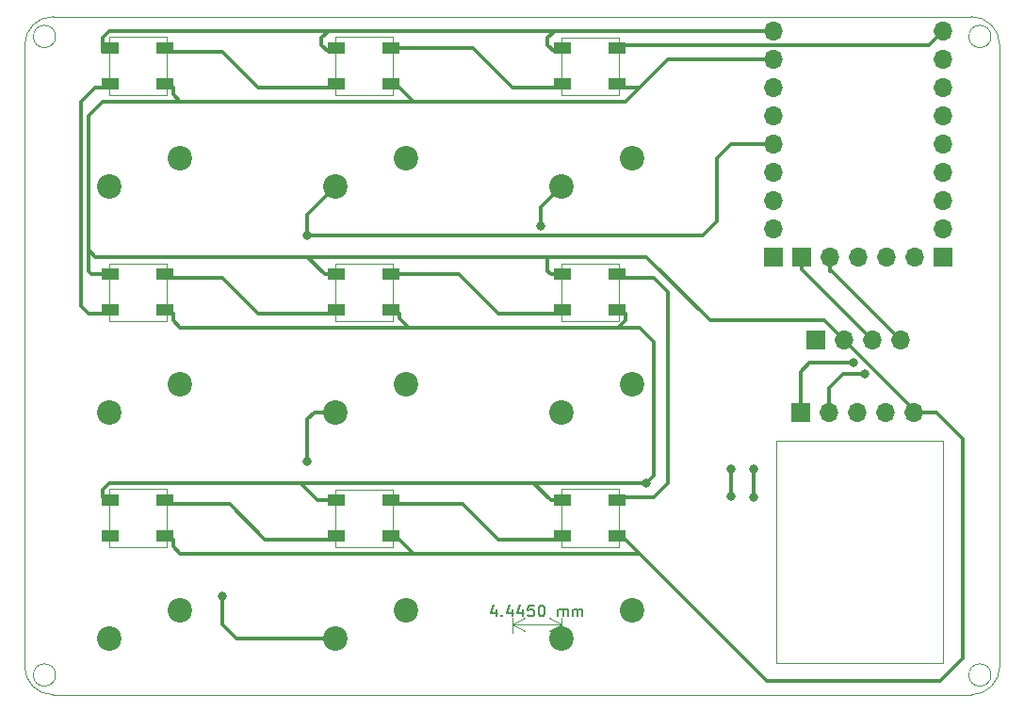
<source format=gbr>
%TF.GenerationSoftware,KiCad,Pcbnew,(6.0.5)*%
%TF.CreationDate,2022-06-17T09:46:01+08:00*%
%TF.ProjectId,keyboard_V4,6b657962-6f61-4726-945f-56342e6b6963,rev?*%
%TF.SameCoordinates,Original*%
%TF.FileFunction,Copper,L2,Bot*%
%TF.FilePolarity,Positive*%
%FSLAX46Y46*%
G04 Gerber Fmt 4.6, Leading zero omitted, Abs format (unit mm)*
G04 Created by KiCad (PCBNEW (6.0.5)) date 2022-06-17 09:46:01*
%MOMM*%
%LPD*%
G01*
G04 APERTURE LIST*
%TA.AperFunction,Profile*%
%ADD10C,0.050000*%
%TD*%
%ADD11C,0.150000*%
%TA.AperFunction,ComponentPad*%
%ADD12C,2.200000*%
%TD*%
%TA.AperFunction,ComponentPad*%
%ADD13R,1.700000X1.700000*%
%TD*%
%TA.AperFunction,ComponentPad*%
%ADD14O,1.700000X1.700000*%
%TD*%
%TA.AperFunction,SMDPad,CuDef*%
%ADD15R,1.500000X1.000000*%
%TD*%
%TA.AperFunction,ViaPad*%
%ADD16C,0.800000*%
%TD*%
%TA.AperFunction,Conductor*%
%ADD17C,0.304800*%
%TD*%
G04 APERTURE END LIST*
D10*
X43241538Y-103567747D02*
X38059938Y-103567747D01*
X38059938Y-103567747D02*
X38059938Y-98356147D01*
X38059938Y-98356147D02*
X43241538Y-98356147D01*
X43241538Y-98356147D02*
X43241538Y-103567747D01*
X115570000Y-55880000D02*
X33020000Y-55880000D01*
X83870800Y-83235800D02*
X78689200Y-83235800D01*
X78689200Y-83235800D02*
X78689200Y-78054200D01*
X78689200Y-78054200D02*
X83870800Y-78054200D01*
X83870800Y-78054200D02*
X83870800Y-83235800D01*
X117332000Y-57658000D02*
G75*
G03*
X117332000Y-57658000I-1000000J0D01*
G01*
X83876806Y-103567747D02*
X78695206Y-103567747D01*
X78695206Y-103567747D02*
X78695206Y-98366147D01*
X78695206Y-98366147D02*
X83876806Y-98366147D01*
X83876806Y-98366147D02*
X83876806Y-103567747D01*
X43241538Y-83255800D02*
X38059938Y-83255800D01*
X38059938Y-83255800D02*
X38059938Y-78054200D01*
X38059938Y-78054200D02*
X43241538Y-78054200D01*
X43241538Y-78054200D02*
X43241538Y-83255800D01*
X63559172Y-83255800D02*
X58377572Y-83255800D01*
X58377572Y-83255800D02*
X58377572Y-78054200D01*
X58377572Y-78054200D02*
X63559172Y-78054200D01*
X63559172Y-78054200D02*
X63559172Y-83255800D01*
X63550800Y-103575000D02*
X58369200Y-103575000D01*
X58369200Y-103575000D02*
X58369200Y-98373400D01*
X58369200Y-98373400D02*
X63550800Y-98373400D01*
X63550800Y-98373400D02*
X63550800Y-103575000D01*
X117332000Y-115062000D02*
G75*
G03*
X117332000Y-115062000I-1000000J0D01*
G01*
X118110000Y-58420000D02*
X118110000Y-114300000D01*
X30480000Y-58420000D02*
X30480000Y-114300000D01*
X30480000Y-114300000D02*
G75*
G03*
X33020000Y-116840000I2540000J0D01*
G01*
X43230800Y-62935800D02*
X38049200Y-62935800D01*
X38049200Y-62935800D02*
X38049200Y-57714200D01*
X38049200Y-57714200D02*
X43230800Y-57714200D01*
X43230800Y-57714200D02*
X43230800Y-62935800D01*
X33020000Y-116840000D02*
X115570000Y-116840000D01*
X83870800Y-62925800D02*
X78689200Y-62925800D01*
X78689200Y-62925800D02*
X78689200Y-57734200D01*
X78689200Y-57734200D02*
X83870800Y-57734200D01*
X83870800Y-57734200D02*
X83870800Y-62925800D01*
X33258000Y-57658000D02*
G75*
G03*
X33258000Y-57658000I-1000000J0D01*
G01*
X33020000Y-55880000D02*
G75*
G03*
X30480000Y-58420000I0J-2540000D01*
G01*
X118110000Y-58420000D02*
G75*
G03*
X115570000Y-55880000I-2540000J0D01*
G01*
X63550800Y-62935800D02*
X58369200Y-62935800D01*
X58369200Y-62935800D02*
X58369200Y-57714200D01*
X58369200Y-57714200D02*
X63550800Y-57714200D01*
X63550800Y-57714200D02*
X63550800Y-62935800D01*
X98000000Y-94000000D02*
X113000000Y-94000000D01*
X113000000Y-94000000D02*
X113000000Y-114000000D01*
X113000000Y-114000000D02*
X98000000Y-114000000D01*
X98000000Y-114000000D02*
X98000000Y-94000000D01*
X115570000Y-116840000D02*
G75*
G03*
X118110000Y-114300000I0J2540000D01*
G01*
X33258000Y-115062000D02*
G75*
G03*
X33258000Y-115062000I-1000000J0D01*
G01*
D11*
X72850833Y-109125714D02*
X72850833Y-109792380D01*
X72612738Y-108744761D02*
X72374642Y-109459047D01*
X72993690Y-109459047D01*
X73374642Y-109697142D02*
X73422261Y-109744761D01*
X73374642Y-109792380D01*
X73327023Y-109744761D01*
X73374642Y-109697142D01*
X73374642Y-109792380D01*
X74279404Y-109125714D02*
X74279404Y-109792380D01*
X74041309Y-108744761D02*
X73803214Y-109459047D01*
X74422261Y-109459047D01*
X75231785Y-109125714D02*
X75231785Y-109792380D01*
X74993690Y-108744761D02*
X74755595Y-109459047D01*
X75374642Y-109459047D01*
X76231785Y-108792380D02*
X75755595Y-108792380D01*
X75707976Y-109268571D01*
X75755595Y-109220952D01*
X75850833Y-109173333D01*
X76088928Y-109173333D01*
X76184166Y-109220952D01*
X76231785Y-109268571D01*
X76279404Y-109363809D01*
X76279404Y-109601904D01*
X76231785Y-109697142D01*
X76184166Y-109744761D01*
X76088928Y-109792380D01*
X75850833Y-109792380D01*
X75755595Y-109744761D01*
X75707976Y-109697142D01*
X76898452Y-108792380D02*
X76993690Y-108792380D01*
X77088928Y-108840000D01*
X77136547Y-108887619D01*
X77184166Y-108982857D01*
X77231785Y-109173333D01*
X77231785Y-109411428D01*
X77184166Y-109601904D01*
X77136547Y-109697142D01*
X77088928Y-109744761D01*
X76993690Y-109792380D01*
X76898452Y-109792380D01*
X76803214Y-109744761D01*
X76755595Y-109697142D01*
X76707976Y-109601904D01*
X76660357Y-109411428D01*
X76660357Y-109173333D01*
X76707976Y-108982857D01*
X76755595Y-108887619D01*
X76803214Y-108840000D01*
X76898452Y-108792380D01*
X78422261Y-109792380D02*
X78422261Y-109125714D01*
X78422261Y-109220952D02*
X78469880Y-109173333D01*
X78565119Y-109125714D01*
X78707976Y-109125714D01*
X78803214Y-109173333D01*
X78850833Y-109268571D01*
X78850833Y-109792380D01*
X78850833Y-109268571D02*
X78898452Y-109173333D01*
X78993690Y-109125714D01*
X79136547Y-109125714D01*
X79231785Y-109173333D01*
X79279404Y-109268571D01*
X79279404Y-109792380D01*
X79755595Y-109792380D02*
X79755595Y-109125714D01*
X79755595Y-109220952D02*
X79803214Y-109173333D01*
X79898452Y-109125714D01*
X80041309Y-109125714D01*
X80136547Y-109173333D01*
X80184166Y-109268571D01*
X80184166Y-109792380D01*
X80184166Y-109268571D02*
X80231785Y-109173333D01*
X80327023Y-109125714D01*
X80469880Y-109125714D01*
X80565119Y-109173333D01*
X80612738Y-109268571D01*
X80612738Y-109792380D01*
D10*
X78740000Y-111260000D02*
X78740000Y-109903580D01*
X74295000Y-111260000D02*
X74295000Y-109903580D01*
X78740000Y-110490000D02*
X74295000Y-110490000D01*
X78740000Y-110490000D02*
X74295000Y-110490000D01*
X78740000Y-110490000D02*
X77613496Y-109903579D01*
X78740000Y-110490000D02*
X77613496Y-111076421D01*
X74295000Y-110490000D02*
X75421504Y-111076421D01*
X74295000Y-110490000D02*
X75421504Y-109903579D01*
D12*
%TO.P,SW7,1*%
%TO.N,N/C*%
X38100000Y-71120000D03*
%TO.P,SW7,2*%
X44450000Y-68580000D03*
%TD*%
%TO.P,SW8,1*%
%TO.N,N/C*%
X58420000Y-71120000D03*
%TO.P,SW8,2*%
X64770000Y-68580000D03*
%TD*%
D13*
%TO.P,REF\u002A\u002A,1*%
%TO.N,N/C*%
X97790000Y-77470000D03*
D14*
%TO.P,REF\u002A\u002A,2*%
X97790000Y-74930000D03*
%TO.P,REF\u002A\u002A,3*%
X97790000Y-72390000D03*
%TO.P,REF\u002A\u002A,4*%
X97790000Y-69850000D03*
%TO.P,REF\u002A\u002A,5*%
X97790000Y-67310000D03*
%TO.P,REF\u002A\u002A,6*%
X97790000Y-64770000D03*
%TO.P,REF\u002A\u002A,7*%
X97790000Y-62230000D03*
%TO.P,REF\u002A\u002A,8*%
X97790000Y-59690000D03*
%TO.P,REF\u002A\u002A,9*%
X97790000Y-57150000D03*
%TD*%
D12*
%TO.P,SW3,1*%
%TO.N,N/C*%
X78740000Y-111760000D03*
%TO.P,SW3,2*%
X85090000Y-109220000D03*
%TD*%
%TO.P,SW2,1*%
%TO.N,N/C*%
X58420000Y-111760000D03*
%TO.P,SW2,2*%
X64770000Y-109220000D03*
%TD*%
%TO.P,SW4,1*%
%TO.N,N/C*%
X38100000Y-91440000D03*
%TO.P,SW4,2*%
X44450000Y-88900000D03*
%TD*%
D13*
%TO.P,REF\u002A\u002A,1*%
%TO.N,N/C*%
X113030000Y-77470000D03*
D14*
%TO.P,REF\u002A\u002A,2*%
X113030000Y-74930000D03*
%TO.P,REF\u002A\u002A,3*%
X113030000Y-72390000D03*
%TO.P,REF\u002A\u002A,4*%
X113030000Y-69850000D03*
%TO.P,REF\u002A\u002A,5*%
X113030000Y-67310000D03*
%TO.P,REF\u002A\u002A,6*%
X113030000Y-64770000D03*
%TO.P,REF\u002A\u002A,7*%
X113030000Y-62230000D03*
%TO.P,REF\u002A\u002A,8*%
X113030000Y-59690000D03*
%TO.P,REF\u002A\u002A,9*%
X113030000Y-57150000D03*
%TD*%
D12*
%TO.P,SW5,1*%
%TO.N,N/C*%
X58439218Y-91449609D03*
%TO.P,SW5,2*%
X64789218Y-88909609D03*
%TD*%
%TO.P,SW9,1*%
%TO.N,N/C*%
X78740000Y-71120000D03*
%TO.P,SW9,2*%
X85090000Y-68580000D03*
%TD*%
%TO.P,SW6,1*%
%TO.N,N/C*%
X78740000Y-91440000D03*
%TO.P,SW6,2*%
X85090000Y-88900000D03*
%TD*%
%TO.P,SW1,1*%
%TO.N,N/C*%
X38100000Y-111760000D03*
%TO.P,SW1,2*%
X44450000Y-109220000D03*
%TD*%
D13*
%TO.P,REF\u002A\u002A,1*%
%TO.N,N/C*%
X100330000Y-77470000D03*
D14*
%TO.P,REF\u002A\u002A,2*%
X102870000Y-77470000D03*
%TO.P,REF\u002A\u002A,3*%
X105410000Y-77470000D03*
%TO.P,REF\u002A\u002A,4*%
X107950000Y-77470000D03*
%TO.P,REF\u002A\u002A,5*%
X110490000Y-77470000D03*
%TD*%
D13*
%TO.P,OLED,1*%
%TO.N,N/C*%
X101610000Y-84963000D03*
D14*
%TO.P,OLED,2*%
X104150000Y-84963000D03*
%TO.P,OLED,3*%
X106690000Y-84963000D03*
%TO.P,OLED,4*%
X109230000Y-84963000D03*
%TD*%
D13*
%TO.P,EC11,1*%
%TO.N,N/C*%
X100203000Y-91440000D03*
D14*
%TO.P,EC11,2*%
X102743000Y-91440000D03*
%TO.P,EC11,3*%
X105283000Y-91440000D03*
%TO.P,EC11,4*%
X107823000Y-91440000D03*
%TO.P,EC11,5*%
X110363000Y-91440000D03*
%TD*%
D15*
%TO.P,RGB,1*%
%TO.N,N/C*%
X63410000Y-58725000D03*
%TO.P,RGB,2*%
X63410000Y-61925000D03*
%TO.P,RGB,3*%
X58510000Y-61925000D03*
%TO.P,RGB,4*%
X58510000Y-58725000D03*
%TD*%
%TO.P,RGB,1*%
%TO.N,N/C*%
X43090000Y-99365000D03*
%TO.P,RGB,2*%
X43090000Y-102565000D03*
%TO.P,RGB,3*%
X38190000Y-102565000D03*
%TO.P,RGB,4*%
X38190000Y-99365000D03*
%TD*%
%TO.P,RGB,1*%
%TO.N,N/C*%
X43090000Y-58725000D03*
%TO.P,RGB,2*%
X43090000Y-61925000D03*
%TO.P,RGB,3*%
X38190000Y-61925000D03*
%TO.P,RGB,4*%
X38190000Y-58725000D03*
%TD*%
%TO.P,RGB,1*%
%TO.N,N/C*%
X63410000Y-99365000D03*
%TO.P,RGB,2*%
X63410000Y-102565000D03*
%TO.P,RGB,3*%
X58510000Y-102565000D03*
%TO.P,RGB,4*%
X58510000Y-99365000D03*
%TD*%
%TO.P,RGB,1*%
%TO.N,N/C*%
X83730000Y-99365000D03*
%TO.P,RGB,2*%
X83730000Y-102565000D03*
%TO.P,RGB,3*%
X78830000Y-102565000D03*
%TO.P,RGB,4*%
X78830000Y-99365000D03*
%TD*%
%TO.P,RGB,1*%
%TO.N,N/C*%
X83730000Y-58725000D03*
%TO.P,RGB,2*%
X83730000Y-61925000D03*
%TO.P,RGB,3*%
X78830000Y-61925000D03*
%TO.P,RGB,4*%
X78830000Y-58725000D03*
%TD*%
%TO.P,RGB,1*%
%TO.N,N/C*%
X58519332Y-82252780D03*
%TO.P,RGB,2*%
X58519332Y-79052780D03*
%TO.P,RGB,3*%
X63419332Y-79052780D03*
%TO.P,RGB,4*%
X63419332Y-82252780D03*
%TD*%
%TO.P,RGB,1*%
%TO.N,N/C*%
X38195771Y-82252780D03*
%TO.P,RGB,2*%
X38195771Y-79052780D03*
%TO.P,RGB,3*%
X43095771Y-79052780D03*
%TO.P,RGB,4*%
X43095771Y-82252780D03*
%TD*%
%TO.P,RGB,1*%
%TO.N,N/C*%
X78830000Y-82245000D03*
%TO.P,RGB,2*%
X78830000Y-79045000D03*
%TO.P,RGB,3*%
X83730000Y-79045000D03*
%TO.P,RGB,4*%
X83730000Y-82245000D03*
%TD*%
D16*
%TO.N,*%
X106000000Y-88000000D03*
X76835000Y-74676000D03*
X96000000Y-96520000D03*
X96000000Y-99060000D03*
X55880000Y-95885000D03*
X94000000Y-96520000D03*
X94000000Y-99000000D03*
X55880000Y-75565000D03*
X105000000Y-87000000D03*
X48260000Y-107950000D03*
X86360000Y-97790000D03*
%TD*%
D17*
%TO.N,*%
X106000000Y-88000000D02*
X104000000Y-88000000D01*
X55880000Y-77470000D02*
X77255000Y-77470000D01*
X77470000Y-58420000D02*
X78105000Y-59055000D01*
X76200000Y-97790000D02*
X77775000Y-99365000D01*
X78105000Y-57150000D02*
X77470000Y-57785000D01*
X55880000Y-75565000D02*
X91440000Y-75565000D01*
X76835000Y-74676000D02*
X76835000Y-73025000D01*
X85534500Y-103949500D02*
X84455000Y-102870000D01*
X76835000Y-73025000D02*
X78740000Y-71120000D01*
X65405000Y-63500000D02*
X64135000Y-62230000D01*
X57785000Y-57150000D02*
X38100000Y-57150000D01*
X52070000Y-102870000D02*
X58205000Y-102870000D01*
X44450000Y-104140000D02*
X65405000Y-104140000D01*
X55880000Y-77470000D02*
X57462780Y-79052780D01*
X85090000Y-79375000D02*
X86995000Y-79375000D01*
X85725000Y-62230000D02*
X84455000Y-62230000D01*
X112776000Y-115570000D02*
X97155000Y-115570000D01*
X57150000Y-58420000D02*
X57785000Y-59055000D01*
X78525000Y-102870000D02*
X78533286Y-102861714D01*
X92710000Y-74295000D02*
X92710000Y-68580000D01*
X102743000Y-89257000D02*
X102743000Y-91440000D01*
X37465000Y-59055000D02*
X37887280Y-59055000D01*
X37465000Y-62230000D02*
X36830000Y-62230000D01*
X114808000Y-113538000D02*
X112776000Y-115570000D01*
X35560000Y-81915000D02*
X36195000Y-82550000D01*
X92075000Y-83185000D02*
X102372000Y-83185000D01*
X100330000Y-78603000D02*
X106690000Y-84963000D01*
X51435000Y-62230000D02*
X57785000Y-62230000D01*
X77470000Y-62230000D02*
X78105000Y-62230000D01*
X77470000Y-62230000D02*
X74295000Y-62230000D01*
X36195000Y-76835000D02*
X36195000Y-78740000D01*
X84455000Y-63500000D02*
X65405000Y-63500000D01*
X44450000Y-104140000D02*
X43815000Y-103505000D01*
X102870000Y-78740000D02*
X103007000Y-78740000D01*
X44450000Y-59055000D02*
X43815000Y-59055000D01*
X88265000Y-59690000D02*
X85725000Y-62230000D01*
X44450000Y-63500000D02*
X37465000Y-63500000D01*
X85725000Y-104140000D02*
X85534500Y-103949500D01*
X65405000Y-63500000D02*
X44450000Y-63500000D01*
X92710000Y-68580000D02*
X93980000Y-67310000D01*
X86360000Y-77470000D02*
X92075000Y-83185000D01*
X38100000Y-97790000D02*
X37465000Y-98425000D01*
X88265000Y-80645000D02*
X88265000Y-97790000D01*
X44450000Y-59055000D02*
X48260000Y-59055000D01*
X56515000Y-73025000D02*
X55880000Y-73660000D01*
X93980000Y-67310000D02*
X97790000Y-67310000D01*
X36830000Y-62230000D02*
X35560000Y-63500000D01*
X78105000Y-57150000D02*
X57785000Y-57150000D01*
X43815000Y-99695000D02*
X48895000Y-99695000D01*
X69527780Y-79052780D02*
X73025000Y-82550000D01*
X85090000Y-79375000D02*
X84455000Y-79375000D01*
X36507780Y-79052780D02*
X37898018Y-79052780D01*
X44450000Y-83820000D02*
X43815000Y-83185000D01*
X85090000Y-58420000D02*
X84455000Y-58420000D01*
X43815000Y-62865000D02*
X43815000Y-62230000D01*
X44450000Y-63500000D02*
X43815000Y-62865000D01*
X48260000Y-79375000D02*
X51435000Y-82550000D01*
X56820000Y-99365000D02*
X58207280Y-99365000D01*
X111760000Y-58420000D02*
X85090000Y-58420000D01*
X94000000Y-99000000D02*
X94000000Y-96520000D01*
X63721092Y-79052780D02*
X69527780Y-79052780D01*
X43815000Y-79375000D02*
X48260000Y-79375000D01*
X74295000Y-62230000D02*
X70790000Y-58725000D01*
X64135000Y-82968448D02*
X64135000Y-82550000D01*
X43815000Y-83185000D02*
X43815000Y-82550000D01*
X100330000Y-77470000D02*
X100330000Y-78603000D01*
X105000000Y-87000000D02*
X101000000Y-87000000D01*
X86995000Y-97155000D02*
X86360000Y-97790000D01*
X88265000Y-97790000D02*
X86995000Y-99060000D01*
X57462780Y-79052780D02*
X58215652Y-79052780D01*
X48260000Y-110490000D02*
X49530000Y-111760000D01*
X37465000Y-63500000D02*
X36195000Y-64770000D01*
X73025000Y-102870000D02*
X78525000Y-102870000D01*
X55245000Y-97790000D02*
X56820000Y-99365000D01*
X36195000Y-78740000D02*
X36507780Y-79052780D01*
X37465000Y-57785000D02*
X37465000Y-59055000D01*
X78105000Y-59055000D02*
X78527280Y-59055000D01*
X55245000Y-97790000D02*
X76200000Y-97790000D01*
X114808000Y-93853000D02*
X114808000Y-113538000D01*
X55245000Y-97790000D02*
X38100000Y-97790000D01*
X97790000Y-59690000D02*
X88265000Y-59690000D01*
X66040000Y-83820000D02*
X44450000Y-83820000D01*
X91440000Y-75565000D02*
X92710000Y-74295000D01*
X85725000Y-62230000D02*
X84455000Y-63500000D01*
X38100000Y-57150000D02*
X37465000Y-57785000D01*
X83820000Y-83820000D02*
X84455000Y-83185000D01*
X66040000Y-83820000D02*
X64986552Y-83820000D01*
X102870000Y-77470000D02*
X102870000Y-78740000D01*
X64135000Y-99695000D02*
X69850000Y-99695000D01*
X64986552Y-83820000D02*
X64135000Y-82968448D01*
X97790000Y-57150000D02*
X78105000Y-57150000D01*
X36195000Y-76835000D02*
X36830000Y-77470000D01*
X83820000Y-83820000D02*
X66040000Y-83820000D01*
X37465000Y-98425000D02*
X37465000Y-99060000D01*
X97155000Y-115570000D02*
X85534500Y-103949500D01*
X77775000Y-99365000D02*
X78533286Y-99365000D01*
X48260000Y-59055000D02*
X51435000Y-62230000D01*
X57785000Y-57150000D02*
X57150000Y-57785000D01*
X51435000Y-82550000D02*
X57785000Y-82550000D01*
X69850000Y-99695000D02*
X73025000Y-102870000D01*
X86995000Y-99060000D02*
X84455000Y-99060000D01*
X77470000Y-78740000D02*
X77775000Y-79045000D01*
X77255000Y-77470000D02*
X77470000Y-77685000D01*
X77470000Y-77685000D02*
X77470000Y-78740000D01*
X110363000Y-91176000D02*
X110363000Y-91440000D01*
X55880000Y-92075000D02*
X55880000Y-95885000D01*
X77775000Y-79045000D02*
X78527280Y-79045000D01*
X65405000Y-104140000D02*
X64135000Y-102870000D01*
X56505391Y-91449609D02*
X55880000Y-92075000D01*
X100203000Y-87797000D02*
X100203000Y-91440000D01*
X76200000Y-97790000D02*
X86360000Y-97790000D01*
X101000000Y-87000000D02*
X100203000Y-87797000D01*
X35560000Y-63500000D02*
X35560000Y-81915000D01*
X84455000Y-83185000D02*
X84455000Y-82550000D01*
X86995000Y-79375000D02*
X88265000Y-80645000D01*
X57785000Y-59055000D02*
X58207280Y-59055000D01*
X58420000Y-71120000D02*
X56515000Y-73025000D01*
X58205000Y-102870000D02*
X58207280Y-102867720D01*
X113030000Y-57150000D02*
X111760000Y-58420000D01*
X36830000Y-77470000D02*
X55880000Y-77470000D01*
X65405000Y-104140000D02*
X85725000Y-104140000D01*
X77470000Y-57785000D02*
X77470000Y-58420000D01*
X110363000Y-91440000D02*
X112395000Y-91440000D01*
X48895000Y-99695000D02*
X52070000Y-102870000D01*
X58439218Y-91449609D02*
X56505391Y-91449609D01*
X43815000Y-103505000D02*
X43815000Y-102870000D01*
X103007000Y-78740000D02*
X109230000Y-84963000D01*
X86995000Y-85090000D02*
X86995000Y-97155000D01*
X36195000Y-82550000D02*
X37465000Y-82550000D01*
X57150000Y-57785000D02*
X57150000Y-58420000D01*
X102372000Y-83185000D02*
X104150000Y-84963000D01*
X104000000Y-88000000D02*
X102743000Y-89257000D01*
X55880000Y-73660000D02*
X55880000Y-75565000D01*
X77255000Y-77470000D02*
X86360000Y-77470000D01*
X70790000Y-58725000D02*
X63712720Y-58725000D01*
X49530000Y-111760000D02*
X58420000Y-111760000D01*
X112395000Y-91440000D02*
X114808000Y-93853000D01*
X96000000Y-96520000D02*
X96000000Y-99060000D01*
X104150000Y-84963000D02*
X110363000Y-91176000D01*
X48260000Y-107950000D02*
X48260000Y-110490000D01*
X83820000Y-83820000D02*
X85725000Y-83820000D01*
X85725000Y-83820000D02*
X86995000Y-85090000D01*
X73025000Y-82550000D02*
X78525000Y-82550000D01*
X78525000Y-82550000D02*
X78527280Y-82547720D01*
X36195000Y-64770000D02*
X36195000Y-76835000D01*
%TD*%
M02*

</source>
